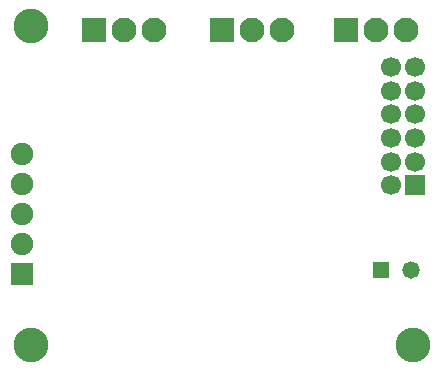
<source format=gbr>
G04 DipTrace 2.4.0.2*
%INBottomMask.gbr*%
%MOIN*%
%ADD29R,0.0669X0.0669*%
%ADD30C,0.0669*%
%ADD31R,0.0748X0.0748*%
%ADD32C,0.0748*%
%ADD41C,0.116*%
%ADD59C,0.0827*%
%ADD61R,0.0827X0.0827*%
%ADD71R,0.0579X0.0579*%
%ADD73C,0.0579*%
%FSLAX44Y44*%
G04*
G70*
G90*
G75*
G01*
%LNBotMask*%
%LPD*%
D73*
X17750Y7562D3*
D71*
X16750D3*
D41*
X5062Y5062D3*
Y15687D3*
X17812Y5062D3*
D29*
X17860Y10380D3*
D30*
Y11168D3*
Y11955D3*
Y12742D3*
Y13530D3*
Y14317D3*
X17073D3*
Y13530D3*
Y12742D3*
Y11955D3*
Y11168D3*
Y10380D3*
D31*
X4766Y7415D3*
D32*
Y8415D3*
Y9415D3*
Y10415D3*
Y11415D3*
D61*
X15562Y15562D3*
D59*
X16562D3*
X17562D3*
D61*
X7187D3*
D59*
X8187D3*
X9187D3*
D61*
X11437D3*
D59*
X12437D3*
X13437D3*
M02*

</source>
